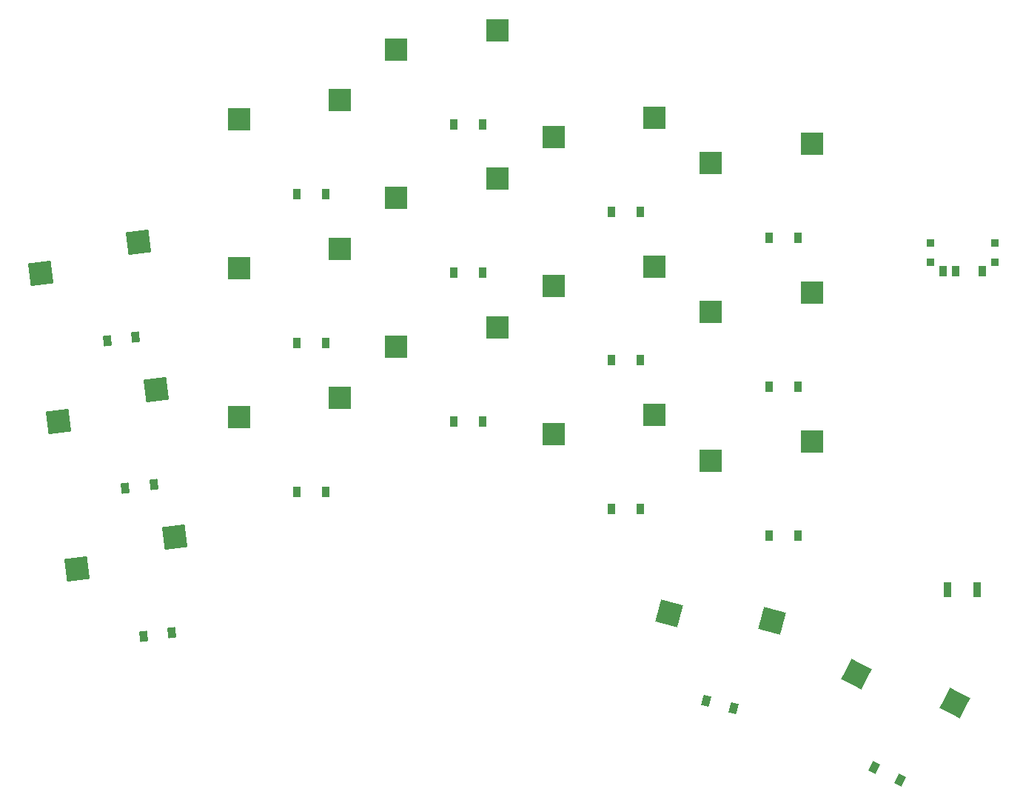
<source format=gbr>
%TF.GenerationSoftware,KiCad,Pcbnew,7.0.11*%
%TF.CreationDate,2024-03-07T19:05:48+13:00*%
%TF.ProjectId,socius-choc-v1,736f6369-7573-42d6-9368-6f632d76312e,v1.0.0*%
%TF.SameCoordinates,Original*%
%TF.FileFunction,Paste,Top*%
%TF.FilePolarity,Positive*%
%FSLAX46Y46*%
G04 Gerber Fmt 4.6, Leading zero omitted, Abs format (unit mm)*
G04 Created by KiCad (PCBNEW 7.0.11) date 2024-03-07 19:05:48*
%MOMM*%
%LPD*%
G01*
G04 APERTURE LIST*
G04 Aperture macros list*
%AMRotRect*
0 Rectangle, with rotation*
0 The origin of the aperture is its center*
0 $1 length*
0 $2 width*
0 $3 Rotation angle, in degrees counterclockwise*
0 Add horizontal line*
21,1,$1,$2,0,0,$3*%
G04 Aperture macros list end*
%ADD10R,2.600000X2.600000*%
%ADD11R,0.900000X1.700000*%
%ADD12RotRect,2.600000X2.600000X333.000000*%
%ADD13RotRect,2.600000X2.600000X345.000000*%
%ADD14R,0.900000X1.200000*%
%ADD15RotRect,0.900000X1.200000X345.000000*%
%ADD16R,0.900000X0.900000*%
%ADD17R,0.900000X1.250000*%
%ADD18RotRect,0.900000X1.200000X7.000000*%
%ADD19RotRect,2.600000X2.600000X7.000000*%
%ADD20RotRect,0.900000X1.200000X333.000000*%
G04 APERTURE END LIST*
D10*
%TO.C,S13*%
X235419752Y-142716967D03*
X223869752Y-144916967D03*
%TD*%
D11*
%TO.C,*%
X254344752Y-159666967D03*
X250944752Y-159666967D03*
%TD*%
D12*
%TO.C,S17*%
X251806752Y-172609015D03*
X240516847Y-169325639D03*
%TD*%
D10*
%TO.C,S10*%
X217419752Y-139716967D03*
X205869752Y-141916967D03*
%TD*%
D13*
%TO.C,S16*%
X230848132Y-163267341D03*
X219122287Y-162403018D03*
%TD*%
D14*
%TO.C,D13*%
X230494752Y-153466967D03*
X233794752Y-153466967D03*
%TD*%
D15*
%TO.C,D16*%
X223308643Y-172376360D03*
X226496199Y-173230462D03*
%TD*%
D10*
%TO.C,S7*%
X199419752Y-129716967D03*
X187869752Y-131916967D03*
%TD*%
D16*
%TO.C,T1*%
X248944752Y-120066967D03*
X248944752Y-122266967D03*
X256344752Y-120066967D03*
X256344752Y-122266967D03*
D17*
X254894752Y-123241967D03*
X251894752Y-123241967D03*
X250394752Y-123241967D03*
%TD*%
D10*
%TO.C,S6*%
X181419752Y-103716967D03*
X169869752Y-105916967D03*
%TD*%
D14*
%TO.C,D12*%
X212494752Y-116466967D03*
X215794752Y-116466967D03*
%TD*%
%TO.C,D11*%
X212494752Y-133466967D03*
X215794752Y-133466967D03*
%TD*%
D10*
%TO.C,S9*%
X199419752Y-95716967D03*
X187869752Y-97916967D03*
%TD*%
%TO.C,S11*%
X217419752Y-122716967D03*
X205869752Y-124916967D03*
%TD*%
D14*
%TO.C,D4*%
X176494752Y-148466967D03*
X179794752Y-148466967D03*
%TD*%
D10*
%TO.C,S15*%
X235419752Y-108716967D03*
X223869752Y-110916967D03*
%TD*%
D14*
%TO.C,D8*%
X194494752Y-123466967D03*
X197794752Y-123466967D03*
%TD*%
D10*
%TO.C,S4*%
X181419752Y-137716967D03*
X169869752Y-139916967D03*
%TD*%
D14*
%TO.C,D7*%
X194494752Y-140466967D03*
X197794752Y-140466967D03*
%TD*%
D18*
%TO.C,D3*%
X154803714Y-131218736D03*
X158079116Y-130816568D03*
%TD*%
%TO.C,D1*%
X158947272Y-164965306D03*
X162222674Y-164563138D03*
%TD*%
D10*
%TO.C,S5*%
X181419752Y-120716967D03*
X169869752Y-122916967D03*
%TD*%
D19*
%TO.C,S1*%
X162525466Y-153695228D03*
X151329671Y-157286421D03*
%TD*%
D10*
%TO.C,S12*%
X217419752Y-105716967D03*
X205869752Y-107916967D03*
%TD*%
D14*
%TO.C,D6*%
X176494752Y-114466967D03*
X179794752Y-114466967D03*
%TD*%
%TO.C,D14*%
X230494752Y-136466967D03*
X233794752Y-136466967D03*
%TD*%
D19*
%TO.C,S3*%
X158381908Y-119948659D03*
X147186113Y-123539852D03*
%TD*%
D18*
%TO.C,D2*%
X156875493Y-148092021D03*
X160150895Y-147689853D03*
%TD*%
D14*
%TO.C,D9*%
X194494752Y-106466967D03*
X197794752Y-106466967D03*
%TD*%
D20*
%TO.C,D17*%
X242538147Y-179951432D03*
X245478469Y-181449600D03*
%TD*%
D14*
%TO.C,D5*%
X176494752Y-131466967D03*
X179794752Y-131466967D03*
%TD*%
%TO.C,D15*%
X230494752Y-119466967D03*
X233794752Y-119466967D03*
%TD*%
D19*
%TO.C,S2*%
X160453687Y-136821943D03*
X149257892Y-140413136D03*
%TD*%
D14*
%TO.C,D10*%
X212494752Y-150466967D03*
X215794752Y-150466967D03*
%TD*%
D10*
%TO.C,S14*%
X235419752Y-125716967D03*
X223869752Y-127916967D03*
%TD*%
%TO.C,S8*%
X199419752Y-112716967D03*
X187869752Y-114916967D03*
%TD*%
M02*

</source>
